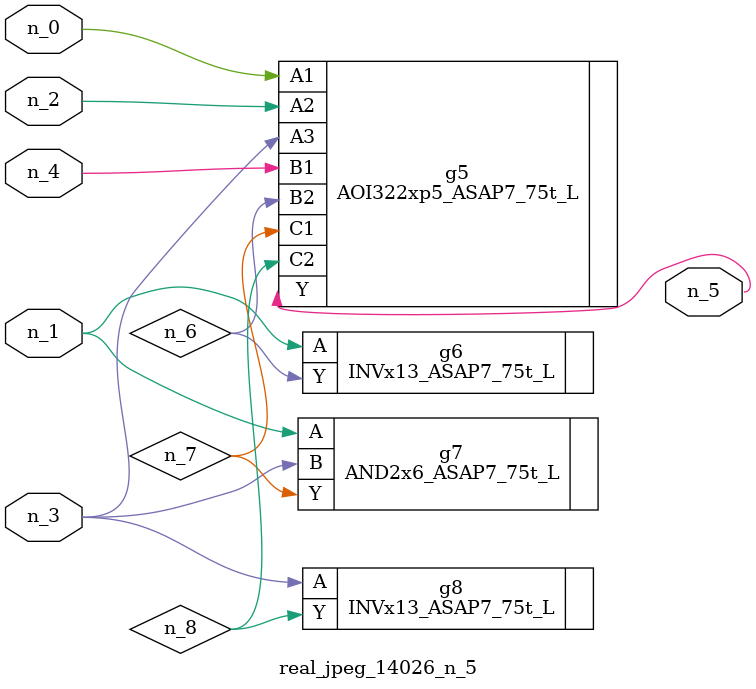
<source format=v>
module real_jpeg_14026_n_5 (n_4, n_0, n_1, n_2, n_3, n_5);

input n_4;
input n_0;
input n_1;
input n_2;
input n_3;

output n_5;

wire n_8;
wire n_6;
wire n_7;

AOI322xp5_ASAP7_75t_L g5 ( 
.A1(n_0),
.A2(n_2),
.A3(n_3),
.B1(n_4),
.B2(n_6),
.C1(n_7),
.C2(n_8),
.Y(n_5)
);

INVx13_ASAP7_75t_L g6 ( 
.A(n_1),
.Y(n_6)
);

AND2x6_ASAP7_75t_L g7 ( 
.A(n_1),
.B(n_3),
.Y(n_7)
);

INVx13_ASAP7_75t_L g8 ( 
.A(n_3),
.Y(n_8)
);


endmodule
</source>
